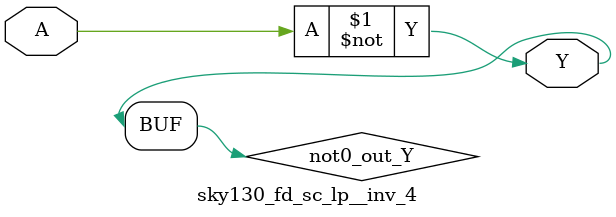
<source format=v>
/*
 * Copyright 2020 The SkyWater PDK Authors
 *
 * Licensed under the Apache License, Version 2.0 (the "License");
 * you may not use this file except in compliance with the License.
 * You may obtain a copy of the License at
 *
 *     https://www.apache.org/licenses/LICENSE-2.0
 *
 * Unless required by applicable law or agreed to in writing, software
 * distributed under the License is distributed on an "AS IS" BASIS,
 * WITHOUT WARRANTIES OR CONDITIONS OF ANY KIND, either express or implied.
 * See the License for the specific language governing permissions and
 * limitations under the License.
 *
 * SPDX-License-Identifier: Apache-2.0
*/


`ifndef SKY130_FD_SC_LP__INV_4_FUNCTIONAL_V
`define SKY130_FD_SC_LP__INV_4_FUNCTIONAL_V

/**
 * inv: Inverter.
 *
 * Verilog simulation functional model.
 */

`timescale 1ns / 1ps
`default_nettype none

`celldefine
module sky130_fd_sc_lp__inv_4 (
    Y,
    A
);

    // Module ports
    output Y;
    input  A;

    // Local signals
    wire not0_out_Y;

    //  Name  Output      Other arguments
    not not0 (not0_out_Y, A              );
    buf buf0 (Y         , not0_out_Y     );

endmodule
`endcelldefine

`default_nettype wire
`endif  // SKY130_FD_SC_LP__INV_4_FUNCTIONAL_V

</source>
